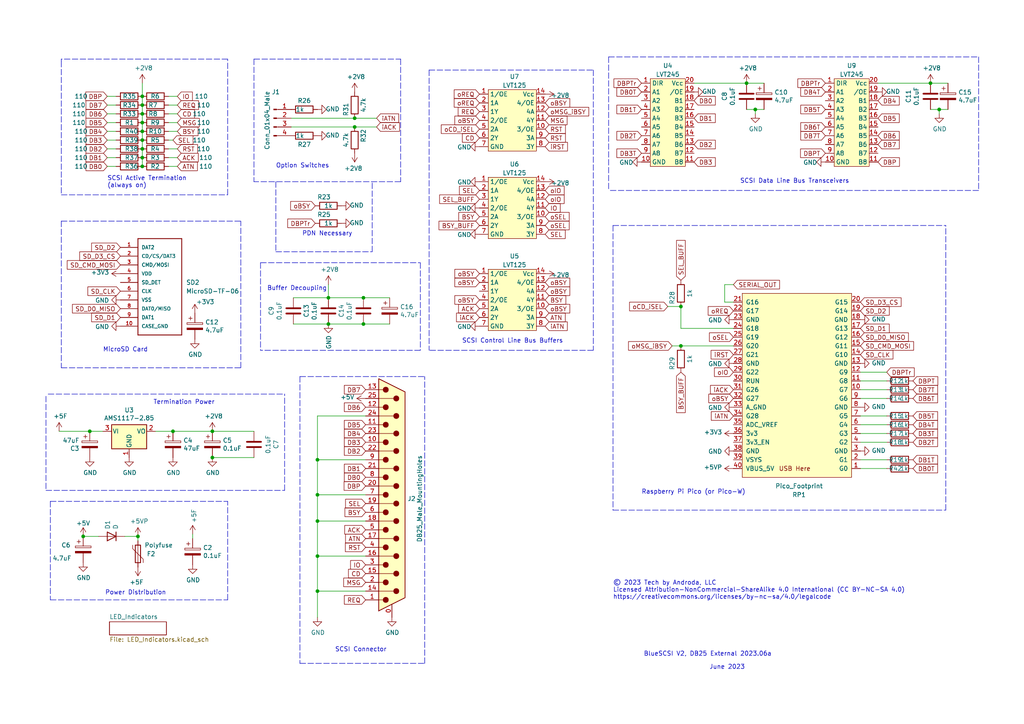
<source format=kicad_sch>
(kicad_sch (version 20211123) (generator eeschema)
  (paper "A4")
  (junction (at 219.075 31.75))
  (junction (at 102.87 34.29))
  (junction (at 95.25 93.98))
  (junction (at 61.595 132.715))
  (junction (at 41.275 48.26))
  (junction (at 92.075 161.29))
  (junction (at 41.275 40.64))
  (junction (at 95.25 86.36))
  (junction (at 92.075 171.45))
  (junction (at 197.485 88.9))
  (junction (at 41.275 30.48))
  (junction (at 41.275 45.72))
  (junction (at 41.275 38.1))
  (junction (at 92.075 133.35))
  (junction (at 216.535 24.13))
  (junction (at 61.595 125.095))
  (junction (at 269.875 24.13))
  (junction (at 102.87 36.83))
  (junction (at 50.165 125.095))
  (junction (at 24.13 155.575))
  (junction (at 105.41 86.36))
  (junction (at 197.485 100.33))
  (junction (at 272.415 31.75))
  (junction (at 41.275 35.56))
  (junction (at 41.275 43.18))
  (junction (at 40.005 155.575))
  (junction (at 92.075 151.13))
  (junction (at 26.035 125.095))
  (junction (at 41.275 33.02))
  (junction (at 105.41 93.98))
  (junction (at 92.075 143.51))
  (junction (at 41.275 27.94))
  (wire (pts (xy 194.945 100.33) (xy 197.485 100.33)))
  (wire (pts (xy 84.455 34.29) (xy 102.87 34.29)))
  (wire (pts (xy 41.275 35.56) (xy 41.275 38.1)))
  (wire (pts (xy 216.535 24.13) (xy 201.295 24.13)))
  (polyline (pts (xy 116.205 17.145) (xy 116.205 52.705)))
  (wire (pts (xy 106.045 171.45) (xy 92.075 171.45)))
  (polyline (pts (xy 86.995 192.405) (xy 123.19 192.405)))
  (polyline (pts (xy 80.01 73.025) (xy 107.95 73.025)))
  (wire (pts (xy 40.005 155.575) (xy 36.195 155.575)))
  (wire (pts (xy 105.41 86.36) (xy 113.03 86.36)))
  (wire (pts (xy 92.075 133.35) (xy 92.075 143.51)))
  (wire (pts (xy 272.415 31.75) (xy 272.415 33.02)))
  (polyline (pts (xy 176.53 16.51) (xy 176.53 55.245)))
  (wire (pts (xy 92.075 151.13) (xy 92.075 161.29)))
  (wire (pts (xy 48.895 40.64) (xy 50.165 40.64)))
  (polyline (pts (xy 86.995 109.22) (xy 86.995 192.405)))
  (wire (pts (xy 269.875 31.75) (xy 272.415 31.75)))
  (wire (pts (xy 216.535 31.75) (xy 219.075 31.75)))
  (wire (pts (xy 95.25 93.98) (xy 105.41 93.98)))
  (wire (pts (xy 85.09 86.36) (xy 95.25 86.36)))
  (wire (pts (xy 92.075 143.51) (xy 92.075 151.13)))
  (wire (pts (xy 33.655 45.72) (xy 31.115 45.72)))
  (polyline (pts (xy 69.85 106.68) (xy 69.85 64.135)))
  (polyline (pts (xy 124.46 20.32) (xy 124.46 101.6)))
  (polyline (pts (xy 17.78 64.135) (xy 17.78 106.68)))
  (polyline (pts (xy 172.085 20.32) (xy 172.085 101.6)))
  (wire (pts (xy 249.555 123.19) (xy 257.175 123.19)))
  (polyline (pts (xy 274.32 147.955) (xy 274.32 65.405)))
  (polyline (pts (xy 177.8 65.405) (xy 274.32 65.405)))
  (polyline (pts (xy 172.085 101.6) (xy 124.46 101.6)))
  (wire (pts (xy 249.555 133.35) (xy 257.175 133.35)))
  (wire (pts (xy 249.555 115.57) (xy 257.175 115.57)))
  (polyline (pts (xy 66.04 17.145) (xy 17.78 17.145)))
  (wire (pts (xy 51.435 35.56) (xy 48.895 35.56)))
  (wire (pts (xy 92.075 171.45) (xy 92.075 179.07)))
  (wire (pts (xy 249.555 125.73) (xy 257.175 125.73)))
  (polyline (pts (xy 14.605 145.415) (xy 66.04 145.415)))
  (wire (pts (xy 33.655 43.18) (xy 31.115 43.18)))
  (polyline (pts (xy 14.605 173.99) (xy 66.04 173.99)))
  (polyline (pts (xy 73.66 17.145) (xy 116.205 17.145)))
  (wire (pts (xy 212.725 95.25) (xy 197.485 95.25)))
  (wire (pts (xy 17.145 125.095) (xy 26.035 125.095)))
  (wire (pts (xy 24.13 155.575) (xy 28.575 155.575)))
  (wire (pts (xy 61.595 132.715) (xy 73.66 132.715)))
  (wire (pts (xy 216.535 24.13) (xy 221.615 24.13)))
  (polyline (pts (xy 14.605 145.415) (xy 14.605 173.99)))
  (wire (pts (xy 193.675 88.9) (xy 197.485 88.9)))
  (wire (pts (xy 48.895 30.48) (xy 51.435 30.48)))
  (wire (pts (xy 33.655 30.48) (xy 31.115 30.48)))
  (wire (pts (xy 106.045 161.29) (xy 92.075 161.29)))
  (wire (pts (xy 51.435 27.94) (xy 48.895 27.94)))
  (wire (pts (xy 31.115 38.1) (xy 33.655 38.1)))
  (polyline (pts (xy 17.78 17.78) (xy 17.78 56.515)))
  (wire (pts (xy 61.595 125.095) (xy 73.66 125.095)))
  (wire (pts (xy 219.075 31.75) (xy 219.075 33.02)))
  (wire (pts (xy 31.115 40.64) (xy 33.655 40.64)))
  (wire (pts (xy 212.725 82.55) (xy 210.185 82.55)))
  (polyline (pts (xy 86.995 109.22) (xy 123.19 109.22)))
  (wire (pts (xy 197.485 95.25) (xy 197.485 88.9)))
  (wire (pts (xy 55.88 154.94) (xy 55.88 156.21)))
  (wire (pts (xy 48.895 43.18) (xy 51.435 43.18)))
  (polyline (pts (xy 116.205 52.705) (xy 73.66 52.705)))
  (wire (pts (xy 197.485 100.33) (xy 212.725 100.33)))
  (wire (pts (xy 41.275 43.18) (xy 41.275 45.72)))
  (wire (pts (xy 41.275 33.02) (xy 41.275 35.56)))
  (polyline (pts (xy 124.46 20.32) (xy 172.085 20.32)))
  (wire (pts (xy 106.045 120.65) (xy 92.075 120.65)))
  (wire (pts (xy 106.045 151.13) (xy 92.075 151.13)))
  (polyline (pts (xy 13.335 114.935) (xy 13.335 142.24)))
  (polyline (pts (xy 121.92 101.6) (xy 75.565 101.6)))
  (wire (pts (xy 210.185 82.55) (xy 210.185 87.63)))
  (wire (pts (xy 41.275 27.94) (xy 41.275 30.48)))
  (wire (pts (xy 29.845 125.095) (xy 26.035 125.095)))
  (wire (pts (xy 106.045 143.51) (xy 92.075 143.51)))
  (wire (pts (xy 50.165 125.095) (xy 61.595 125.095)))
  (polyline (pts (xy 177.8 147.955) (xy 274.32 147.955)))
  (wire (pts (xy 95.25 86.36) (xy 105.41 86.36)))
  (wire (pts (xy 102.87 36.83) (xy 109.22 36.83)))
  (wire (pts (xy 40.005 155.575) (xy 40.005 156.845)))
  (polyline (pts (xy 75.565 76.2) (xy 121.92 76.2)))
  (polyline (pts (xy 82.55 142.24) (xy 82.55 114.3)))
  (wire (pts (xy 106.045 133.35) (xy 92.075 133.35)))
  (polyline (pts (xy 80.01 52.705) (xy 80.01 73.025)))
  (wire (pts (xy 249.555 120.65) (xy 257.175 120.65)))
  (wire (pts (xy 41.275 38.1) (xy 41.275 40.64)))
  (wire (pts (xy 219.075 31.75) (xy 221.615 31.75)))
  (wire (pts (xy 31.115 48.26) (xy 33.655 48.26)))
  (wire (pts (xy 45.085 125.095) (xy 50.165 125.095)))
  (wire (pts (xy 95.25 82.55) (xy 95.25 86.36)))
  (polyline (pts (xy 13.97 114.3) (xy 82.55 114.3)))
  (wire (pts (xy 102.87 34.29) (xy 109.22 34.29)))
  (wire (pts (xy 249.555 128.27) (xy 257.175 128.27)))
  (wire (pts (xy 92.075 161.29) (xy 92.075 171.45)))
  (wire (pts (xy 51.435 38.1) (xy 48.895 38.1)))
  (polyline (pts (xy 177.8 65.405) (xy 177.8 147.955)))
  (wire (pts (xy 92.075 120.65) (xy 92.075 133.35)))
  (polyline (pts (xy 17.78 64.135) (xy 69.85 64.135)))
  (wire (pts (xy 33.655 35.56) (xy 31.115 35.56)))
  (polyline (pts (xy 283.845 55.245) (xy 176.53 55.245)))
  (wire (pts (xy 41.275 30.48) (xy 41.275 33.02)))
  (polyline (pts (xy 17.78 17.145) (xy 17.78 17.78)))
  (wire (pts (xy 249.555 107.95) (xy 257.175 107.95)))
  (wire (pts (xy 249.555 113.03) (xy 257.175 113.03)))
  (wire (pts (xy 249.555 135.89) (xy 257.175 135.89)))
  (wire (pts (xy 33.655 27.94) (xy 31.115 27.94)))
  (polyline (pts (xy 66.04 173.99) (xy 66.04 145.415)))
  (polyline (pts (xy 283.845 16.51) (xy 283.845 55.245)))
  (wire (pts (xy 105.41 93.98) (xy 113.03 93.98)))
  (wire (pts (xy 41.275 45.72) (xy 41.275 48.26)))
  (polyline (pts (xy 17.78 106.68) (xy 69.85 106.68)))
  (wire (pts (xy 41.275 40.64) (xy 41.275 43.18)))
  (wire (pts (xy 84.455 36.83) (xy 102.87 36.83)))
  (polyline (pts (xy 107.95 73.025) (xy 107.95 52.705)))
  (wire (pts (xy 48.895 48.26) (xy 51.435 48.26)))
  (polyline (pts (xy 123.19 192.405) (xy 123.19 109.22)))
  (wire (pts (xy 51.435 45.72) (xy 48.895 45.72)))
  (wire (pts (xy 210.185 87.63) (xy 212.725 87.63)))
  (wire (pts (xy 249.555 110.49) (xy 257.175 110.49)))
  (wire (pts (xy 272.415 31.75) (xy 274.955 31.75)))
  (polyline (pts (xy 73.66 17.145) (xy 73.66 52.705)))
  (polyline (pts (xy 17.78 56.515) (xy 66.04 56.515)))
  (wire (pts (xy 269.875 24.13) (xy 274.955 24.13)))
  (polyline (pts (xy 176.53 16.51) (xy 283.845 16.51)))
  (polyline (pts (xy 75.565 76.2) (xy 75.565 101.6)))
  (polyline (pts (xy 66.04 56.515) (xy 66.04 17.145)))
  (wire (pts (xy 85.09 93.98) (xy 95.25 93.98)))
  (wire (pts (xy 48.895 33.02) (xy 51.435 33.02)))
  (wire (pts (xy 31.115 33.02) (xy 33.655 33.02)))
  (polyline (pts (xy 121.92 76.2) (xy 121.92 101.6)))
  (wire (pts (xy 41.275 24.13) (xy 41.275 27.94)))
  (wire (pts (xy 269.875 24.13) (xy 254.635 24.13)))
  (polyline (pts (xy 13.335 142.24) (xy 82.55 142.24)))
  (text "SCSI Active Termination\n(always on)" (at 31.115 54.61 0) (effects (font (size 1.27 1.27)) (justify left bottom)))
  (text "SCSI Control Line Bus Buffers" (at 133.985 99.695 0) (effects (font (size 1.27 1.27)) (justify left bottom)))
  (text "June 2023" (at 205.74 194.31 0) (effects (font (size 1.27 1.27)) (justify left bottom)))
  (text "© 2023 Tech by Androda, LLC\nLicensed Attribution-NonCommercial-ShareAlike 4.0 International (CC BY-NC-SA 4.0)\nhttps://creativecommons.org/licenses/by-nc-sa/4.0/legalcode" (at 177.8 173.99 0) (effects (font (size 1.27 1.27)) (justify left bottom)))
  (text "SCSI Connector" (at 97.155 189.23 0) (effects (font (size 1.27 1.27)) (justify left bottom)))
  (text "Raspberry Pi Pico (or Pico-W)" (at 186.055 143.51 0) (effects (font (size 1.27 1.27)) (justify left bottom)))
  (text "SCSI Data Line Bus Transceivers" (at 214.63 53.34 0) (effects (font (size 1.27 1.27)) (justify left bottom)))
  (text "Termination Power" (at 44.45 117.475 0) (effects (font (size 1.27 1.27)) (justify left bottom)))
  (text "MicroSD Card" (at 29.845 102.235 0) (effects (font (size 1.27 1.27)) (justify left bottom)))
  (text "Option Switches" (at 80.01 48.895 0) (effects (font (size 1.27 1.27)) (justify left bottom)))
  (text "PDN Necessary" (at 87.63 68.58 0) (effects (font (size 1.27 1.27)) (justify left bottom)))
  (text "BlueSCSI V2, DB25 External 2023.06a" (at 186.69 190.5 0) (effects (font (size 1.27 1.27)) (justify left bottom)))
  (text "Buffer Decoupling" (at 77.47 84.455 0) (effects (font (size 1.27 1.27)) (justify left bottom)))
  (text "Power Distribution" (at 30.48 172.72 0) (effects (font (size 1.27 1.27)) (justify left bottom)))
  (global_label "RST" (shape input) (at 51.435 43.18 0) (property "Intersheet References" "${INTERSHEET_REFS}" (effects hide)))
  (global_label "MSG" (shape input) (at 158.115 34.925 0) (property "Intersheet References" "${INTERSHEET_REFS}" (effects hide)))
  (global_label "DB2" (shape input) (at 106.045 130.81 180) (property "Intersheet References" "${INTERSHEET_REFS}" (effects hide)))
  (global_label "SEL" (shape input) (at 50.165 40.64 0) (property "Intersheet References" "${INTERSHEET_REFS}" (effects hide)))
  (global_label "SD_D1" (shape input) (at 34.925 92.075 180) (property "Intersheet References" "${INTERSHEET_REFS}" (effects hide)))
  (global_label "oBSY" (shape input) (at 158.115 29.845 0) (property "Intersheet References" "${INTERSHEET_REFS}" (effects hide)))
  (global_label "iACK" (shape input) (at 109.22 36.83 0) (property "Intersheet References" "${INTERSHEET_REFS}" (effects hide)))
  (global_label "SD_CLK" (shape input) (at 34.925 84.455 180) (property "Intersheet References" "${INTERSHEET_REFS}" (effects hide)))
  (global_label "ATN" (shape input) (at 106.045 156.21 180) (property "Intersheet References" "${INTERSHEET_REFS}" (effects hide)))
  (global_label "DB1" (shape input) (at 106.045 135.89 180) (property "Intersheet References" "${INTERSHEET_REFS}" (effects hide)))
  (global_label "oIO" (shape input) (at 158.115 55.245 0) (property "Intersheet References" "${INTERSHEET_REFS}" (effects hide)))
  (global_label "DB1" (shape input) (at 201.295 34.29 0) (property "Intersheet References" "${INTERSHEET_REFS}" (effects hide)))
  (global_label "DB1" (shape input) (at 31.115 45.72 180) (property "Intersheet References" "${INTERSHEET_REFS}" (effects hide)))
  (global_label "DB1T" (shape input) (at 264.795 133.35 0) (property "Intersheet References" "${INTERSHEET_REFS}" (effects hide)))
  (global_label "DB2T" (shape input) (at 186.055 39.37 180) (property "Intersheet References" "${INTERSHEET_REFS}" (effects hide)))
  (global_label "oIO" (shape input) (at 158.115 57.785 0) (property "Intersheet References" "${INTERSHEET_REFS}" (effects hide)))
  (global_label "DBP" (shape input) (at 106.045 140.97 180) (property "Intersheet References" "${INTERSHEET_REFS}" (effects hide)))
  (global_label "REQ" (shape input) (at 139.065 32.385 180) (property "Intersheet References" "${INTERSHEET_REFS}" (effects hide)))
  (global_label "oIO" (shape input) (at 212.725 107.95 180) (property "Intersheet References" "${INTERSHEET_REFS}" (effects hide)))
  (global_label "RST" (shape input) (at 106.045 158.75 180) (property "Intersheet References" "${INTERSHEET_REFS}" (effects hide)))
  (global_label "DB7T" (shape input) (at 239.395 39.37 180) (property "Intersheet References" "${INTERSHEET_REFS}" (effects hide)))
  (global_label "oBSY" (shape input) (at 158.115 84.455 0) (property "Intersheet References" "${INTERSHEET_REFS}" (effects hide)))
  (global_label "DB3" (shape input) (at 31.115 40.64 180) (property "Intersheet References" "${INTERSHEET_REFS}" (effects hide)))
  (global_label "DBPTr" (shape input) (at 91.44 64.77 180) (property "Intersheet References" "${INTERSHEET_REFS}" (effects hide)))
  (global_label "DB0" (shape input) (at 106.045 138.43 180) (property "Intersheet References" "${INTERSHEET_REFS}" (effects hide)))
  (global_label "SEL_BUFF" (shape input) (at 197.485 81.28 90) (property "Intersheet References" "${INTERSHEET_REFS}" (effects hide)))
  (global_label "oMSG_iBSY" (shape input) (at 158.115 32.385 0) (property "Intersheet References" "${INTERSHEET_REFS}" (effects hide)))
  (global_label "CD" (shape input) (at 51.435 33.02 0) (property "Intersheet References" "${INTERSHEET_REFS}" (effects hide)))
  (global_label "BSY" (shape input) (at 158.115 86.995 0) (property "Intersheet References" "${INTERSHEET_REFS}" (effects hide)))
  (global_label "REQ" (shape input) (at 51.435 30.48 0) (property "Intersheet References" "${INTERSHEET_REFS}" (effects hide)))
  (global_label "SEL" (shape input) (at 106.045 146.05 180) (property "Intersheet References" "${INTERSHEET_REFS}" (effects hide)))
  (global_label "oCD_iSEL" (shape input) (at 139.065 37.465 180) (property "Intersheet References" "${INTERSHEET_REFS}" (effects hide)))
  (global_label "ACK" (shape input) (at 139.065 89.535 180) (property "Intersheet References" "${INTERSHEET_REFS}" (effects hide)))
  (global_label "oREQ" (shape input) (at 139.065 27.305 180) (property "Intersheet References" "${INTERSHEET_REFS}" (effects hide)))
  (global_label "DB6" (shape input) (at 106.045 118.11 180) (property "Intersheet References" "${INTERSHEET_REFS}" (effects hide)))
  (global_label "iRST" (shape input) (at 158.115 42.545 0) (property "Intersheet References" "${INTERSHEET_REFS}" (effects hide)))
  (global_label "REQ" (shape input) (at 106.045 173.99 180) (property "Intersheet References" "${INTERSHEET_REFS}" (effects hide)))
  (global_label "SEL" (shape input) (at 158.115 67.945 0) (property "Intersheet References" "${INTERSHEET_REFS}" (effects hide)))
  (global_label "DB4" (shape input) (at 254.635 29.21 0) (property "Intersheet References" "${INTERSHEET_REFS}" (effects hide)))
  (global_label "DBP" (shape input) (at 31.115 27.94 180) (property "Intersheet References" "${INTERSHEET_REFS}" (effects hide)))
  (global_label "RST" (shape input) (at 158.115 40.005 0) (property "Intersheet References" "${INTERSHEET_REFS}" (effects hide)))
  (global_label "oBSY" (shape input) (at 139.065 86.995 180) (property "Intersheet References" "${INTERSHEET_REFS}" (effects hide)))
  (global_label "oBSY" (shape input) (at 139.065 79.375 180) (property "Intersheet References" "${INTERSHEET_REFS}" (effects hide)))
  (global_label "DBPTr" (shape input) (at 186.055 24.13 180) (property "Intersheet References" "${INTERSHEET_REFS}" (effects hide)))
  (global_label "oBSY" (shape input) (at 158.115 81.915 0) (property "Intersheet References" "${INTERSHEET_REFS}" (effects hide)))
  (global_label "oBSY" (shape input) (at 139.065 81.915 180) (property "Intersheet References" "${INTERSHEET_REFS}" (effects hide)))
  (global_label "DB7T" (shape input) (at 264.795 113.03 0) (property "Intersheet References" "${INTERSHEET_REFS}" (effects hide)))
  (global_label "SERIAL_OUT" (shape input) (at 212.725 82.55 0) (property "Intersheet References" "${INTERSHEET_REFS}" (effects hide)))
  (global_label "RST" (shape input) (at 158.115 37.465 0) (property "Intersheet References" "${INTERSHEET_REFS}" (effects hide)))
  (global_label "DB7" (shape input) (at 31.115 30.48 180) (property "Intersheet References" "${INTERSHEET_REFS}" (effects hide)))
  (global_label "SD_D0_MISO" (shape input) (at 249.555 97.79 0) (property "Intersheet References" "${INTERSHEET_REFS}" (effects hide)))
  (global_label "DB2" (shape input) (at 31.115 43.18 180) (property "Intersheet References" "${INTERSHEET_REFS}" (effects hide)))
  (global_label "DB5T" (shape input) (at 239.395 31.75 180) (property "Intersheet References" "${INTERSHEET_REFS}" (effects hide)))
  (global_label "DB5" (shape input) (at 254.635 34.29 0) (property "Intersheet References" "${INTERSHEET_REFS}" (effects hide)))
  (global_label "DB4" (shape input) (at 31.115 38.1 180) (property "Intersheet References" "${INTERSHEET_REFS}" (effects hide)))
  (global_label "oREQ" (shape input) (at 139.065 29.845 180) (property "Intersheet References" "${INTERSHEET_REFS}" (effects hide)))
  (global_label "DB2" (shape input) (at 201.295 41.91 0) (property "Intersheet References" "${INTERSHEET_REFS}" (effects hide)))
  (global_label "DB5" (shape input) (at 31.115 35.56 180) (property "Intersheet References" "${INTERSHEET_REFS}" (effects hide)))
  (global_label "SD_D3_CS" (shape input) (at 249.555 87.63 0) (property "Intersheet References" "${INTERSHEET_REFS}" (effects hide)))
  (global_label "oMSG_iBSY" (shape input) (at 194.945 100.33 180) (property "Intersheet References" "${INTERSHEET_REFS}" (effects hide)))
  (global_label "BSY" (shape input) (at 139.065 62.865 180) (property "Intersheet References" "${INTERSHEET_REFS}" (effects hide)))
  (global_label "SD_CMD_MOSI" (shape input) (at 34.925 76.835 180) (property "Intersheet References" "${INTERSHEET_REFS}" (effects hide)))
  (global_label "DB3" (shape input) (at 201.295 46.99 0) (property "Intersheet References" "${INTERSHEET_REFS}" (effects hide)))
  (global_label "DB0T" (shape input) (at 186.055 26.67 180) (property "Intersheet References" "${INTERSHEET_REFS}" (effects hide)))
  (global_label "BSY" (shape input) (at 51.435 38.1 0) (property "Intersheet References" "${INTERSHEET_REFS}" (effects hide)))
  (global_label "DBPTr" (shape input) (at 257.175 107.95 0) (property "Intersheet References" "${INTERSHEET_REFS}" (effects hide)))
  (global_label "SD_CMD_MOSI" (shape input) (at 249.555 100.33 0) (property "Intersheet References" "${INTERSHEET_REFS}" (effects hide)))
  (global_label "iRST" (shape input) (at 212.725 102.87 180) (property "Intersheet References" "${INTERSHEET_REFS}" (effects hide)))
  (global_label "SEL_BUFF" (shape input) (at 139.065 57.785 180) (property "Intersheet References" "${INTERSHEET_REFS}" (effects hide)))
  (global_label "oSEL" (shape input) (at 158.115 65.405 0) (property "Intersheet References" "${INTERSHEET_REFS}" (effects hide)))
  (global_label "DB6T" (shape input) (at 264.795 115.57 0) (property "Intersheet References" "${INTERSHEET_REFS}" (effects hide)))
  (global_label "DB6T" (shape input) (at 239.395 36.83 180) (property "Intersheet References" "${INTERSHEET_REFS}" (effects hide)))
  (global_label "iACK" (shape input) (at 139.065 92.075 180) (property "Intersheet References" "${INTERSHEET_REFS}" (effects hide)))
  (global_label "iATN" (shape input) (at 212.725 120.65 180) (property "Intersheet References" "${INTERSHEET_REFS}" (effects hide)))
  (global_label "CD" (shape input) (at 139.065 40.005 180) (property "Intersheet References" "${INTERSHEET_REFS}" (effects hide)))
  (global_label "MSG" (shape input) (at 51.435 35.56 0) (property "Intersheet References" "${INTERSHEET_REFS}" (effects hide)))
  (global_label "SD_D1" (shape input) (at 249.555 95.25 0) (property "Intersheet References" "${INTERSHEET_REFS}" (effects hide)))
  (global_label "oSEL" (shape input) (at 212.725 97.79 180) (property "Intersheet References" "${INTERSHEET_REFS}" (effects hide)))
  (global_label "ACK" (shape input) (at 51.435 45.72 0) (property "Intersheet References" "${INTERSHEET_REFS}" (effects hide)))
  (global_label "DB5T" (shape input) (at 264.795 120.65 0) (property "Intersheet References" "${INTERSHEET_REFS}" (effects hide)))
  (global_label "SD_D0_MISO" (shape input) (at 34.925 89.535 180) (property "Intersheet References" "${INTERSHEET_REFS}" (effects hide)))
  (global_label "DBPT" (shape input) (at 239.395 44.45 180) (property "Intersheet References" "${INTERSHEET_REFS}" (effects hide)))
  (global_label "SD_D2" (shape input) (at 249.555 90.17 0) (property "Intersheet References" "${INTERSHEET_REFS}" (effects hide)))
  (global_label "SD_CLK" (shape input) (at 249.555 102.87 0) (property "Intersheet References" "${INTERSHEET_REFS}" (effects hide)))
  (global_label "DB2T" (shape input) (at 264.795 128.27 0) (property "Intersheet References" "${INTERSHEET_REFS}" (effects hide)))
  (global_label "oCD_iSEL" (shape input) (at 193.675 88.9 180) (property "Intersheet References" "${INTERSHEET_REFS}" (effects hide)))
  (global_label "SD_D3_CS" (shape input) (at 34.925 74.295 180) (property "Intersheet References" "${INTERSHEET_REFS}" (effects hide)))
  (global_label "CD" (shape input) (at 106.045 166.37 180) (property "Intersheet References" "${INTERSHEET_REFS}" (effects hide)))
  (global_label "DB5" (shape input) (at 106.045 123.19 180) (property "Intersheet References" "${INTERSHEET_REFS}" (effects hide)))
  (global_label "DB4" (shape input) (at 106.045 125.73 180) (property "Intersheet References" "${INTERSHEET_REFS}" (effects hide)))
  (global_label "oBSY" (shape input) (at 212.725 115.57 180) (property "Intersheet References" "${INTERSHEET_REFS}" (effects hide)))
  (global_label "DB0" (shape input) (at 201.295 29.21 0) (property "Intersheet References" "${INTERSHEET_REFS}" (effects hide)))
  (global_label "BSY_BUFF" (shape input) (at 139.065 65.405 180) (property "Intersheet References" "${INTERSHEET_REFS}" (effects hide)))
  (global_label "oBSY" (shape input) (at 158.115 89.535 0) (property "Intersheet References" "${INTERSHEET_REFS}" (effects hide)))
  (global_label "DB0" (shape input) (at 31.115 48.26 180) (property "Intersheet References" "${INTERSHEET_REFS}" (effects hide)))
  (global_label "DB3T" (shape input) (at 264.795 125.73 0) (property "Intersheet References" "${INTERSHEET_REFS}" (effects hide)))
  (global_label "DB1T" (shape input) (at 186.055 31.75 180) (property "Intersheet References" "${INTERSHEET_REFS}" (effects hide)))
  (global_label "oBSY" (shape input) (at 91.44 59.69 180) (property "Intersheet References" "${INTERSHEET_REFS}" (effects hide)))
  (global_label "DB6" (shape input) (at 254.635 39.37 0) (property "Intersheet References" "${INTERSHEET_REFS}" (effects hide)))
  (global_label "IO" (shape input) (at 51.435 27.94 0) (property "Intersheet References" "${INTERSHEET_REFS}" (effects hide)))
  (global_label "SEL" (shape input) (at 139.065 55.245 180) (property "Intersheet References" "${INTERSHEET_REFS}" (effects hide)))
  (global_label "iATN" (shape input) (at 158.115 94.615 0) (property "Intersheet References" "${INTERSHEET_REFS}" (effects hide)))
  (global_label "DBPT" (shape input) (at 264.795 110.49 0) (property "Intersheet References" "${INTERSHEET_REFS}" (effects hide)))
  (global_label "oREQ" (shape input) (at 212.725 90.17 180) (property "Intersheet References" "${INTERSHEET_REFS}" (effects hide)))
  (global_label "DB6" (shape input) (at 31.115 33.02 180) (property "Intersheet References" "${INTERSHEET_REFS}" (effects hide)))
  (global_label "DB4T" (shape input) (at 264.795 123.19 0) (property "Intersheet References" "${INTERSHEET_REFS}" (effects hide)))
  (global_label "BSY_BUFF" (shape input) (at 197.485 107.95 270) (property "Intersheet References" "${INTERSHEET_REFS}" (effects hide)))
  (global_label "DB3" (shape input) (at 106.045 128.27 180) (property "Intersheet References" "${INTERSHEET_REFS}" (effects hide)))
  (global_label "iATN" (shape input) (at 109.22 34.29 0) (property "Intersheet References" "${INTERSHEET_REFS}" (effects hide)))
  (global_label "DB3T" (shape input) (at 186.055 44.45 180) (property "Intersheet References" "${INTERSHEET_REFS}" (effects hide)))
  (global_label "MSG" (shape input) (at 106.045 168.91 180) (property "Intersheet References" "${INTERSHEET_REFS}" (effects hide)))
  (global_label "oBSY" (shape input) (at 139.065 34.925 180) (property "Intersheet References" "${INTERSHEET_REFS}" (effects hide)))
  (global_label "DB7" (shape input) (at 106.045 113.03 180) (property "Intersheet References" "${INTERSHEET_REFS}" (effects hide)))
  (global_label "DB7" (shape input) (at 254.635 41.91 0) (property "Intersheet References" "${INTERSHEET_REFS}" (effects hide)))
  (global_label "SD_D2" (shape input) (at 34.925 71.755 180) (property "Intersheet References" "${INTERSHEET_REFS}" (effects hide)))
  (global_label "BSY" (shape input) (at 106.045 148.59 180) (property "Intersheet References" "${INTERSHEET_REFS}" (effects hide)))
  (global_label "DBPTr" (shape input) (at 239.395 24.13 180) (property "Intersheet References" "${INTERSHEET_REFS}" (effects hide)))
  (global_label "DB4T" (shape input) (at 239.395 26.67 180) (property "Intersheet References" "${INTERSHEET_REFS}" (effects hide)))
  (global_label "IO" (shape input) (at 106.045 163.83 180) (property "Intersheet References" "${INTERSHEET_REFS}" (effects hide)))
  (global_label "ACK" (shape input) (at 106.045 153.67 180) (property "Intersheet References" "${INTERSHEET_REFS}" (effects hide)))
  (global_label "iACK" (shape input) (at 212.725 113.03 180) (property "Intersheet References" "${INTERSHEET_REFS}" (effects hide)))
  (global_label "oSEL" (shape input) (at 158.115 62.865 0) (property "Intersheet References" "${INTERSHEET_REFS}" (effects hide)))
  (global_label "IO" (shape input) (at 158.115 60.325 0) (property "Intersheet References" "${INTERSHEET_REFS}" (effects hide)))
  (global_label "DB0T" (shape input) (at 264.795 135.89 0) (property "Intersheet References" "${INTERSHEET_REFS}" (effects hide)))
  (global_label "ATN" (shape input) (at 158.115 92.075 0) (property "Intersheet References" "${INTERSHEET_REFS}" (effects hide)))
  (global_label "DBP" (shape input) (at 254.635 46.99 0) (property "Intersheet References" "${INTERSHEET_REFS}" (effects hide)))
  (global_label "ATN" (shape input) (at 51.435 48.26 0) (property "Intersheet References" "${INTERSHEET_REFS}" (effects hide)))
  (symbol (lib_id "Regulator_Linear:AMS1117CD-2.85") (at 37.465 125.095 0) (unit 1)
    (property "Reference" "U3" (at 37.465 118.9482 0))
    (property "Value" "AMS1117-2.85" (at 37.465 121.2596 0))
    (property "Footprint" "Package_TO_SOT_SMD:SOT-223-3_TabPin2" (effects hide))
    (property "Datasheet" "http://www.advanced-monolithic.com/pdf/ds1117.pdf" (effects hide))
  )
  (symbol (lib_id "power:GND") (at 37.465 132.715 0) (unit 1)
    (property "Reference" "#PWR012" (effects hide))
    (property "Value" "GND" (at 37.592 137.1092 0))
  )
  (symbol (lib_id "power:+2V8") (at 61.595 125.095 0) (unit 1)
    (property "Reference" "#PWR015" (effects hide))
    (property "Value" "+2V8" (at 61.976 120.7008 0))
  )
  (symbol (lib_id "Device:CP") (at 50.165 128.905 0) (unit 1)
    (property "Reference" "C4" (at 53.1622 127.7366 0) (effects (justify left)))
    (property "Value" "47uF" (at 53.1622 130.048 0) (effects (justify left)))
    (property "Footprint" "Capacitor_SMD:C_1206_3216Metric_Pad1.42x1.75mm_HandSolder" (effects hide))
  )
  (symbol (lib_id "Device:CP") (at 26.035 128.905 0) (unit 1)
    (property "Reference" "C3" (at 23.0378 130.0734 0) (effects (justify right)))
    (property "Value" "47uF" (at 23.0378 127.762 0) (effects (justify right)))
    (property "Footprint" "Capacitor_SMD:C_1206_3216Metric_Pad1.42x1.75mm_HandSolder" (effects hide))
  )
  (symbol (lib_id "power:GND") (at 26.035 132.715 0) (unit 1)
    (property "Reference" "#PWR07" (effects hide))
    (property "Value" "GND" (at 26.162 137.1092 0))
  )
  (symbol (lib_id "power:GND") (at 50.165 132.715 0) (unit 1)
    (property "Reference" "#PWR013" (effects hide))
    (property "Value" "GND" (at 50.292 137.1092 0))
  )
  (symbol (lib_id "custom_symbols:+5V_TPWR") (at 24.13 155.575 0) (unit 1)
    (property "Reference" "#PWR019" (effects hide))
    (property "Value" "+5V_TPWR" (at 24.13 151.765 0))
  )
  (symbol (lib_id "power:+3V3") (at 212.725 125.73 90) (unit 1)
    (property "Reference" "#PWR047" (effects hide))
    (property "Value" "+3V3" (at 209.4738 125.349 90) (effects (justify left)))
  )
  (symbol (lib_id "power:+5VP") (at 212.725 135.89 90) (unit 1)
    (property "Reference" "#PWR036" (effects hide))
    (property "Value" "+5VP" (at 209.4738 135.509 90) (effects (justify left)))
  )
  (symbol (lib_id "power:+5F") (at 17.145 125.095 0) (unit 1)
    (property "Reference" "#PWR06" (effects hide))
    (property "Value" "+5F" (at 17.526 120.7008 0))
  )
  (symbol (lib_id "power:+5F") (at 40.005 164.465 180) (unit 1)
    (property "Reference" "#PWR027" (effects hide))
    (property "Value" "+5F" (at 39.624 168.8592 0))
  )
  (symbol (lib_id "power:+5VP") (at 40.005 155.575 0) (unit 1)
    (property "Reference" "#PWR025" (effects hide))
    (property "Value" "+5VP" (at 40.386 151.1808 0))
  )
  (symbol (lib_id "custom_symbols:BlackSCSI") (at 231.775 139.7 180) (unit 1)
    (property "Reference" "RP1" (at 231.775 143.51 0))
    (property "Value" "Pico_Footprint" (at 231.775 140.97 0))
    (property "Footprint" "CustomFootprints:BluePillModule" (effects hide))
  )
  (symbol (lib_id "power:GND") (at 212.725 118.11 270) (unit 1)
    (property "Reference" "#PWR037" (effects hide))
    (property "Value" "GND" (at 209.4738 118.237 90) (effects (justify right)))
  )
  (symbol (lib_id "power:GND") (at 61.595 132.715 0) (unit 1)
    (property "Reference" "#PWR016" (effects hide))
    (property "Value" "GND" (at 61.722 137.1092 0))
  )
  (symbol (lib_id "Device:CP") (at 61.595 128.905 0) (unit 1)
    (property "Reference" "C5" (at 64.5922 127.7366 0) (effects (justify left)))
    (property "Value" "0.1uF" (at 64.5922 130.048 0) (effects (justify left)))
    (property "Footprint" "Capacitor_SMD:C_0805_2012Metric_Pad1.15x1.40mm_HandSolder" (effects hide))
  )
  (symbol (lib_id "power:GND") (at 55.88 163.83 0) (unit 1)
    (property "Reference" "#PWR05" (effects hide))
    (property "Value" "GND" (at 56.007 168.2242 0))
  )
  (symbol (lib_id "Device:CP") (at 55.88 160.02 0) (unit 1)
    (property "Reference" "C2" (at 58.8772 158.8516 0) (effects (justify left)))
    (property "Value" "0.1uF" (at 58.8772 161.163 0) (effects (justify left)))
    (property "Footprint" "Capacitor_SMD:C_0805_2012Metric_Pad1.15x1.40mm_HandSolder" (effects hide))
  )
  (symbol (lib_id "Device:D") (at 32.385 155.575 180) (unit 1)
    (property "Reference" "D1" (at 31.2166 153.543 90) (effects (justify right)))
    (property "Value" "D" (at 33.528 153.543 90) (effects (justify right)))
    (property "Footprint" "Diode_SMD:D_SMA" (effects hide))
  )
  (symbol (lib_id "power:GND") (at 24.13 163.195 0) (unit 1)
    (property "Reference" "#PWR018" (effects hide))
    (property "Value" "GND" (at 24.257 167.5892 0))
  )
  (symbol (lib_id "Device:CP") (at 24.13 159.385 0) (unit 1)
    (property "Reference" "C6" (at 17.78 158.115 0) (effects (justify left)))
    (property "Value" "4.7uF" (at 15.24 161.925 0) (effects (justify left)))
    (property "Footprint" "Capacitor_SMD:C_0805_2012Metric_Pad1.15x1.40mm_HandSolder" (effects hide))
  )
  (symbol (lib_id "power:+3V3") (at 56.515 90.805 0) (unit 1)
    (property "Reference" "#PWR048" (effects hide))
    (property "Value" "+3V3" (at 56.896 87.5538 0) (effects (justify left)))
  )
  (symbol (lib_id "power:GND") (at 56.515 98.425 0) (unit 1)
    (property "Reference" "#PWR050" (effects hide))
    (property "Value" "GND" (at 56.642 102.8192 0))
  )
  (symbol (lib_id "Device:CP") (at 56.515 94.615 0) (unit 1)
    (property "Reference" "C12" (at 59.5122 93.4466 0) (effects (justify left)))
    (property "Value" "4.7uF" (at 59.5122 95.758 0) (effects (justify left)))
    (property "Footprint" "Capacitor_SMD:C_0805_2012Metric_Pad1.15x1.40mm_HandSolder" (effects hide))
  )
  (symbol (lib_id "power:GND") (at 92.075 179.07 0) (unit 1)
    (property "Reference" "#PWR014" (effects hide))
    (property "Value" "GND" (at 92.202 183.4642 0))
  )
  (symbol (lib_id "New_Library:LVT245") (at 247.015 20.32 0) (unit 1)
    (property "Reference" "U9" (at 247.015 19.05 0))
    (property "Value" "LVT245" (at 247.015 21.59 0))
    (property "Footprint" "Package_SO:TSSOP-20_4.4x6.5mm_P0.65mm" (effects hide))
  )
  (symbol (lib_id "power:GND") (at 272.415 33.02 0) (unit 1)
    (property "Reference" "#PWR022" (effects hide))
    (property "Value" "GND" (at 272.542 37.4142 0))
  )
  (symbol (lib_id "power:+3V3") (at 34.925 79.375 90) (unit 1)
    (property "Reference" "#PWR0101" (effects hide))
    (property "Value" "+3V3" (at 31.6738 78.994 90) (effects (justify left)))
  )
  (symbol (lib_id "Device:R") (at 102.87 40.64 0) (unit 1)
    (property "Reference" "R32" (at 105.41 39.37 90))
    (property "Value" "4.7k" (at 100.33 40.64 90))
    (property "Footprint" "Resistor_SMD:R_0603_1608Metric_Pad0.98x0.95mm_HandSolder" (effects hide))
  )
  (symbol (lib_id "power:GND") (at 99.06 59.69 90) (unit 1)
    (property "Reference" "#PWR0107" (effects hide))
    (property "Value" "GND" (at 103.4542 59.563 90))
  )
  (symbol (lib_id "power:GND") (at 212.725 92.71 270) (unit 1)
    (property "Reference" "#PWR061" (effects hide))
    (property "Value" "GND" (at 209.4738 92.837 90) (effects (justify right)))
  )
  (symbol (lib_id "power:GND") (at 34.925 86.995 270) (unit 1)
    (property "Reference" "#PWR0103" (effects hide))
    (property "Value" "GND" (at 31.6738 87.122 90) (effects (justify right)))
  )
  (symbol (lib_id "power:GND") (at 139.065 67.945 270) (unit 1)
    (property "Reference" "#PWR033" (effects hide))
    (property "Value" "GND" (at 134.6708 68.072 90))
  )
  (symbol (lib_id "Device:R") (at 37.465 40.64 270) (unit 1)
    (property "Reference" "R39" (at 36.195 40.64 90) (effects (justify left)))
    (property "Value" "110" (at 21.59 40.64 90) (effects (justify left)))
    (property "Footprint" "Resistor_SMD:R_0603_1608Metric_Pad0.98x0.95mm_HandSolder" (effects hide))
  )
  (symbol (lib_id "power:GND") (at 113.665 179.07 0) (unit 1)
    (property "Reference" "#PWR035" (effects hide))
    (property "Value" "GND" (at 113.792 183.4642 0))
  )
  (symbol (lib_id "power:GND") (at 249.555 92.71 90) (unit 1)
    (property "Reference" "#PWR064" (effects hide))
    (property "Value" "GND" (at 252.8062 92.583 90) (effects (justify right)))
  )
  (symbol (lib_id "Device:R") (at 37.465 30.48 270) (unit 1)
    (property "Reference" "R34" (at 35.56 30.48 90) (effects (justify left)))
    (property "Value" "110" (at 20.955 30.48 90) (effects (justify left)))
    (property "Footprint" "Resistor_SMD:R_0603_1608Metric_Pad0.98x0.95mm_HandSolder" (effects hide))
  )
  (symbol (lib_id "Device:R") (at 260.985 115.57 90) (unit 1)
    (property "Reference" "R14" (at 259.715 115.57 90))
    (property "Value" "1k" (at 262.255 115.57 90))
    (property "Footprint" "Resistor_SMD:R_0603_1608Metric_Pad0.98x0.95mm_HandSolder" (effects hide))
  )
  (symbol (lib_id "Device:C") (at 73.66 128.905 0) (unit 1)
    (property "Reference" "C7" (at 80.0608 128.905 90))
    (property "Value" "0.1uF" (at 77.7494 128.905 90))
    (property "Footprint" "Capacitor_SMD:C_0603_1608Metric_Pad1.08x0.95mm_HandSolder" (effects hide))
  )
  (symbol (lib_id "Device:CP") (at 274.955 27.94 0) (unit 1)
    (property "Reference" "C15" (at 277.9522 26.7716 0) (effects (justify left)))
    (property "Value" "4.7uF" (at 277.9522 29.083 0) (effects (justify left)))
    (property "Footprint" "Capacitor_SMD:C_0805_2012Metric_Pad1.18x1.45mm_HandSolder" (effects hide))
  )
  (symbol (lib_id "power:GND") (at 254.635 26.67 90) (unit 1)
    (property "Reference" "#PWR020" (effects hide))
    (property "Value" "GND" (at 259.0292 26.543 90))
  )
  (symbol (lib_id "Device:R") (at 197.485 104.14 180) (unit 1)
    (property "Reference" "R29" (at 194.945 105.41 90))
    (property "Value" "1k" (at 200.025 104.14 90))
    (property "Footprint" "Resistor_SMD:R_0603_1608Metric_Pad0.98x0.95mm_HandSolder" (effects hide))
  )
  (symbol (lib_id "Device:R") (at 45.085 38.1 90) (unit 1)
    (property "Reference" "R10" (at 46.99 38.1 90) (effects (justify left)))
    (property "Value" "110" (at 60.96 38.1 90) (effects (justify left)))
    (property "Footprint" "Resistor_SMD:R_0603_1608Metric_Pad0.98x0.95mm_HandSolder" (effects hide))
  )
  (symbol (lib_id "Device:R") (at 45.085 30.48 90) (unit 1)
    (property "Reference" "R7" (at 45.72 30.48 90) (effects (justify left)))
    (property "Value" "110" (at 60.96 30.48 90) (effects (justify left)))
    (property "Footprint" "Resistor_SMD:R_0603_1608Metric_Pad0.98x0.95mm_HandSolder" (effects hide))
  )
  (symbol (lib_id "Device:R") (at 37.465 45.72 270) (unit 1)
    (property "Reference" "R37" (at 36.195 45.72 90) (effects (justify left)))
    (property "Value" "110" (at 21.59 45.72 90) (effects (justify left)))
    (property "Footprint" "Resistor_SMD:R_0603_1608Metric_Pad0.98x0.95mm_HandSolder" (effects hide))
  )
  (symbol (lib_id "power:GND") (at 212.725 130.81 270) (unit 1)
    (property "Reference" "#PWR063" (effects hide))
    (property "Value" "GND" (at 209.4738 130.937 90) (effects (justify right)))
  )
  (symbol (lib_id "power:+2V8") (at 95.25 82.55 0) (unit 1)
    (property "Reference" "#PWR055" (effects hide))
    (property "Value" "+2V8" (at 95.631 78.1558 0))
  )
  (symbol (lib_id "Device:R") (at 260.985 113.03 90) (unit 1)
    (property "Reference" "R13" (at 259.715 113.03 90))
    (property "Value" "1k" (at 262.255 113.03 90))
    (property "Footprint" "Resistor_SMD:R_0603_1608Metric_Pad0.98x0.95mm_HandSolder" (effects hide))
  )
  (symbol (lib_id "Device:R") (at 260.985 135.89 90) (unit 1)
    (property "Reference" "R42" (at 259.715 135.89 90))
    (property "Value" "1k" (at 262.255 135.89 90))
    (property "Footprint" "Resistor_SMD:R_0603_1608Metric_Pad0.98x0.95mm_HandSolder" (effects hide))
  )
  (symbol (lib_id "Device:CP") (at 113.03 90.17 0) (unit 1)
    (property "Reference" "C16" (at 116.0272 89.0016 0) (effects (justify left)))
    (property "Value" "4.7uF" (at 116.0272 91.313 0) (effects (justify left)))
    (property "Footprint" "Capacitor_SMD:C_0805_2012Metric_Pad1.18x1.45mm_HandSolder" (effects hide))
  )
  (symbol (lib_id "power:GND") (at 139.065 52.705 270) (unit 1)
    (property "Reference" "#PWR028" (effects hide))
    (property "Value" "GND" (at 134.6708 52.832 90))
  )
  (symbol (lib_id "power:GND") (at 219.075 33.02 0) (unit 1)
    (property "Reference" "#PWR010" (effects hide))
    (property "Value" "GND" (at 219.202 37.4142 0))
  )
  (symbol (lib_id "Device:R") (at 95.25 64.77 90) (unit 1)
    (property "Reference" "R25" (at 93.98 62.23 90))
    (property "Value" "1k" (at 95.25 64.77 90))
    (property "Footprint" "Resistor_SMD:R_0603_1608Metric_Pad0.98x0.95mm_HandSolder" (effects hide))
  )
  (symbol (lib_id "Device:R") (at 45.085 48.26 90) (mirror x) (unit 1)
    (property "Reference" "R2" (at 46.355 48.26 90) (effects (justify left)))
    (property "Value" "110" (at 61.595 45.72 90) (effects (justify left)))
    (property "Footprint" "Resistor_SMD:R_0603_1608Metric_Pad0.98x0.95mm_HandSolder" (effects hide))
  )
  (symbol (lib_id "Device:R") (at 45.085 45.72 90) (mirror x) (unit 1)
    (property "Reference" "R3" (at 46.355 45.72 90) (effects (justify left)))
    (property "Value" "110" (at 61.595 48.26 90) (effects (justify left)))
    (property "Footprint" "Resistor_SMD:R_0603_1608Metric_Pad0.98x0.95mm_HandSolder" (effects hide))
  )
  (symbol (lib_id "power:+2V8") (at 158.115 79.375 270) (unit 1)
    (property "Reference" "#PWR053" (effects hide))
    (property "Value" "+2V8" (at 162.5092 79.756 90))
  )
  (symbol (lib_id "Device:R") (at 260.985 133.35 90) (unit 1)
    (property "Reference" "R19" (at 259.715 133.35 90))
    (property "Value" "1k" (at 262.255 133.35 90))
    (property "Footprint" "Resistor_SMD:R_0603_1608Metric_Pad0.98x0.95mm_HandSolder" (effects hide))
  )
  (symbol (lib_id "power:+2V8") (at 102.87 44.45 180) (unit 1)
    (property "Reference" "#PWR0111" (effects hide))
    (property "Value" "+2V8" (at 102.489 48.8442 0))
  )
  (symbol (lib_id "power:GND") (at 99.06 64.77 90) (unit 1)
    (property "Reference" "#PWR0106" (effects hide))
    (property "Value" "GND" (at 103.4542 64.643 90))
  )
  (symbol (lib_id "Device:R") (at 37.465 38.1 270) (unit 1)
    (property "Reference" "R40" (at 36.195 38.1 90) (effects (justify left)))
    (property "Value" "110" (at 21.59 38.1 90) (effects (justify left)))
    (property "Footprint" "Resistor_SMD:R_0603_1608Metric_Pad0.98x0.95mm_HandSolder" (effects hide))
  )
  (symbol (lib_id "Device:R") (at 88.265 31.75 90) (unit 1)
    (property "Reference" "R26" (at 88.265 29.21 90))
    (property "Value" "1k" (at 86.995 31.75 90))
    (property "Footprint" "Resistor_SMD:R_0603_1608Metric_Pad0.98x0.95mm_HandSolder" (effects hide))
  )
  (symbol (lib_id "Device:R") (at 45.085 40.64 90) (mirror x) (unit 1)
    (property "Reference" "R5" (at 46.355 40.64 90) (effects (justify left)))
    (property "Value" "110" (at 59.69 40.64 90) (effects (justify left)))
    (property "Footprint" "Resistor_SMD:R_0603_1608Metric_Pad0.98x0.95mm_HandSolder" (effects hide))
  )
  (symbol (lib_id "power:GND") (at 249.555 118.11 90) (unit 1)
    (property "Reference" "#PWR066" (effects hide))
    (property "Value" "GND" (at 252.8062 117.983 90) (effects (justify right)))
  )
  (symbol (lib_id "Device:R") (at 45.085 43.18 90) (mirror x) (unit 1)
    (property "Reference" "R4" (at 46.355 43.18 90) (effects (justify left)))
    (property "Value" "110" (at 60.96 43.18 90) (effects (justify left)))
    (property "Footprint" "Resistor_SMD:R_0603_1608Metric_Pad0.98x0.95mm_HandSolder" (effects hide))
  )
  (symbol (lib_id "Device:R") (at 260.985 123.19 90) (unit 1)
    (property "Reference" "R16" (at 259.715 123.19 90))
    (property "Value" "1k" (at 262.255 123.19 90))
    (property "Footprint" "Resistor_SMD:R_0603_1608Metric_Pad0.98x0.95mm_HandSolder" (effects hide))
  )
  (symbol (lib_id "power:+5F") (at 55.88 154.94 0) (unit 1)
    (property "Reference" "#PWR0116" (effects hide))
    (property "Value" "+5F" (at 56.261 151.6888 90) (effects (justify left)))
  )
  (symbol (lib_id "Device:R") (at 260.985 128.27 90) (unit 1)
    (property "Reference" "R18" (at 259.715 128.27 90))
    (property "Value" "1k" (at 262.255 128.27 90))
    (property "Footprint" "Resistor_SMD:R_0603_1608Metric_Pad0.98x0.95mm_HandSolder" (effects hide))
  )
  (symbol (lib_id "power:GND") (at 139.065 60.325 270) (unit 1)
    (property "Reference" "#PWR031" (effects hide))
    (property "Value" "GND" (at 134.6708 60.452 90))
  )
  (symbol (lib_id "power:GND") (at 95.25 93.98 0) (unit 1)
    (property "Reference" "#PWR056" (effects hide))
    (property "Value" "GND" (at 95.377 97.2312 90) (effects (justify right)))
  )
  (symbol (lib_id "New_Library:LVT125") (at 149.225 50.165 0) (unit 1)
    (property "Reference" "U6" (at 149.225 47.625 0))
    (property "Value" "LVT125" (at 149.225 50.165 0))
    (property "Footprint" "Package_SO:TSSOP-14_4.4x5mm_P0.65mm" (effects hide))
  )
  (symbol (lib_id "power:GND") (at 139.065 42.545 270) (unit 1)
    (property "Reference" "#PWR057" (effects hide))
    (property "Value" "GND" (at 134.6708 42.672 90))
  )
  (symbol (lib_id "Device:C") (at 85.09 90.17 180) (unit 1)
    (property "Reference" "C9" (at 78.6892 90.17 90))
    (property "Value" "0.1uF" (at 81.0006 90.17 90))
    (property "Footprint" "Capacitor_SMD:C_0603_1608Metric_Pad1.08x0.95mm_HandSolder" (effects hide))
  )
  (symbol (lib_id "Device:R") (at 37.465 48.26 270) (unit 1)
    (property "Reference" "R36" (at 36.195 48.26 90) (effects (justify left)))
    (property "Value" "110" (at 21.59 48.26 90) (effects (justify left)))
    (property "Footprint" "Resistor_SMD:R_0603_1608Metric_Pad0.98x0.95mm_HandSolder" (effects hide))
  )
  (symbol (lib_id "power:+2V8") (at 102.87 26.67 0) (unit 1)
    (property "Reference" "#PWR0108" (effects hide))
    (property "Value" "+2V8" (at 103.251 22.2758 0))
  )
  (symbol (lib_id "power:+2V8") (at 269.875 24.13 0) (unit 1)
    (property "Reference" "#PWR021" (effects hide))
    (property "Value" "+2V8" (at 270.256 19.7358 0))
  )
  (symbol (lib_id "Device:R") (at 260.985 125.73 90) (unit 1)
    (property "Reference" "R17" (at 259.715 125.73 90))
    (property "Value" "1k" (at 262.255 125.73 90))
    (property "Footprint" "Resistor_SMD:R_0603_1608Metric_Pad0.98x0.95mm_HandSolder" (effects hide))
  )
  (symbol (lib_id "Device:R") (at 95.25 59.69 90) (unit 1)
    (property "Reference" "R23" (at 93.98 57.15 90))
    (property "Value" "1k" (at 95.25 59.69 90))
    (property "Footprint" "Resistor_SMD:R_0603_1608Metric_Pad0.98x0.95mm_HandSolder" (effects hide))
  )
  (symbol (lib_id "power:GND") (at 186.055 46.99 270) (unit 1)
    (property "Reference" "#PWR02" (effects hide))
    (property "Value" "GND" (at 181.6608 47.117 90))
  )
  (symbol (lib_id "power:+2V8") (at 41.275 24.13 0) (unit 1)
    (property "Reference" "#PWR01" (effects hide))
    (property "Value" "+2V8" (at 41.656 19.7358 0))
  )
  (symbol (lib_id "New_Library:MicroSD-TF-06") (at 34.925 71.755 0) (unit 1)
    (property "Reference" "SD2" (at 53.975 81.9149 0) (effects (justify left)))
    (property "Value" "MicroSD-TF-06" (at 53.975 84.4549 0) (effects (justify left)))
    (property "Footprint" "Library:TF-06_MicroSD" (effects hide))
    (property "MANUFACTURER_PART_NUMBER" "C693844" (effects hide))
  )
  (symbol (lib_id "power:GND") (at 201.295 26.67 90) (unit 1)
    (property "Reference" "#PWR08" (effects hide))
    (property "Value" "GND" (at 205.6892 26.543 90))
  )
  (symbol (lib_id "Device:R") (at 260.985 120.65 90) (unit 1)
    (property "Reference" "R15" (at 259.715 120.65 90))
    (property "Value" "1k" (at 262.255 120.65 90))
    (property "Footprint" "Resistor_SMD:R_0603_1608Metric_Pad0.98x0.95mm_HandSolder" (effects hide))
  )
  (symbol (lib_id "Device:R") (at 102.87 30.48 180) (unit 1)
    (property "Reference" "R31" (at 100.33 31.75 90))
    (property "Value" "4.7k" (at 105.41 30.48 90))
    (property "Footprint" "Resistor_SMD:R_0603_1608Metric_Pad0.98x0.95mm_HandSolder" (effects hide))
  )
  (symbol (lib_id "Device:R") (at 45.085 33.02 90) (unit 1)
    (property "Reference" "R8" (at 45.72 33.02 90) (effects (justify left)))
    (property "Value" "110" (at 59.69 33.02 90) (effects (justify left)))
    (property "Footprint" "Resistor_SMD:R_0603_1608Metric_Pad0.98x0.95mm_HandSolder" (effects hide))
  )
  (symbol (lib_id "power:GND") (at 249.555 130.81 90) (unit 1)
    (property "Reference" "#PWR067" (effects hide))
    (property "Value" "GND" (at 252.8062 130.683 90) (effects (justify right)))
  )
  (symbol (lib_id "Device:R") (at 197.485 85.09 180) (unit 1)
    (property "Reference" "R28" (at 194.945 86.36 90))
    (property "Value" "1k" (at 200.025 85.09 90))
    (property "Footprint" "Resistor_SMD:R_0603_1608Metric_Pad0.98x0.95mm_HandSolder" (effects hide))
  )
  (symbol (lib_id "power:GND") (at 212.725 105.41 270) (unit 1)
    (property "Reference" "#PWR062" (effects hide))
    (property "Value" "GND" (at 209.4738 105.537 90) (effects (justify right)))
  )
  (symbol (lib_id "Device:R") (at 45.085 27.94 90) (unit 1)
    (property "Reference" "R6" (at 46.355 27.94 90) (effects (justify left)))
    (property "Value" "110" (at 60.325 27.94 90) (effects (justify left)))
    (property "Footprint" "Resistor_SMD:R_0603_1608Metric_Pad0.98x0.95mm_HandSolder" (effects hide))
  )
  (symbol (lib_id "Device:C") (at 95.25 90.17 180) (unit 1)
    (property "Reference" "C13" (at 88.8492 90.17 90))
    (property "Value" "0.1uF" (at 91.1606 90.17 90))
    (property "Footprint" "Capacitor_SMD:C_0603_1608Metric_Pad1.08x0.95mm_HandSolder" (effects hide))
  )
  (symbol (lib_id "custom_symbols:+5V_TPWR") (at 106.045 115.57 90) (unit 1)
    (property "Reference" "#PWR017" (effects hide))
    (property "Value" "+5V_TPWR" (at 102.7938 115.189 90) (effects (justify left)))
  )
  (symbol (lib_id "Device:C") (at 105.41 90.17 180) (unit 1)
    (property "Reference" "C14" (at 99.0092 90.17 90))
    (property "Value" "0.1uF" (at 101.3206 90.17 90))
    (property "Footprint" "Capacitor_SMD:C_0603_1608Metric_Pad1.08x0.95mm_HandSolder" (effects hide))
  )
  (symbol (lib_id "New_Library:LVT125") (at 149.225 76.835 0) (unit 1)
    (property "Reference" "U5" (at 149.225 74.295 0))
    (property "Value" "LVT125" (at 149.225 76.835 0))
    (property "Footprint" "Package_SO:TSSOP-14_4.4x5mm_P0.65mm" (effects hide))
  )
  (symbol (lib_id "Device:Polyfuse") (at 40.005 160.655 180) (unit 1)
    (property "Reference" "F2" (at 45.085 160.655 0) (effects (justify left)))
    (property "Value" "Polyfuse" (at 50.165 158.115 0) (effects (justify left)))
    (property "Footprint" "Fuse:Fuse_0805_2012Metric_Pad1.15x1.40mm_HandSolder" (effects hide))
  )
  (symbol (lib_id "Device:R") (at 37.465 33.02 270) (unit 1)
    (property "Reference" "R33" (at 35.56 33.02 90) (effects (justify left)))
    (property "Value" "110" (at 20.955 33.02 90) (effects (justify left)))
    (property "Footprint" "Resistor_SMD:R_0603_1608Metric_Pad0.98x0.95mm_HandSolder" (effects hide))
  )
  (symbol (lib_id "power:GND") (at 139.065 94.615 270) (unit 1)
    (property "Reference" "#PWR024" (effects hide))
    (property "Value" "GND" (at 134.6708 94.742 90))
  )
  (symbol (lib_id "Device:C") (at 216.535 27.94 0) (unit 1)
    (property "Reference" "C8" (at 210.1342 27.94 90))
    (property "Value" "0.1uF" (at 212.4456 27.94 90))
    (property "Footprint" "Capacitor_SMD:C_0805_2012Metric_Pad1.18x1.45mm_HandSolder" (effects hide))
  )
  (symbol (lib_id "Device:CP") (at 221.615 27.94 0) (unit 1)
    (property "Reference" "C10" (at 224.6122 26.7716 0) (effects (justify left)))
    (property "Value" "4.7uF" (at 224.6122 29.083 0) (effects (justify left)))
    (property "Footprint" "Capacitor_SMD:C_0805_2012Metric_Pad1.18x1.45mm_HandSolder" (effects hide))
  )
  (symbol (lib_id "Connector:DB25_Male_MountingHoles") (at 113.665 143.51 0) (unit 1)
    (property "Reference" "J2" (at 119.38 144.653 0))
    (property "Value" "DB25_Male_MountingHoles" (at 121.6914 144.653 90))
    (property "Footprint" "Connector_Dsub:DSUB-25_Male_Horizontal_P2.77x2.84mm_EdgePinOffset7.70mm_Housed_MountingHolesOffset9.12mm" (effects hide))
    (property "Datasheet" " ~" (effects hide))
  )
  (symbol (lib_id "power:+2V8") (at 216.535 24.13 0) (unit 1)
    (property "Reference" "#PWR09" (effects hide))
    (property "Value" "+2V8" (at 216.916 19.7358 0))
  )
  (symbol (lib_id "New_Library:LVT125") (at 149.225 24.765 0) (unit 1)
    (property "Reference" "U7" (at 149.225 22.225 0))
    (property "Value" "LVT125" (at 149.225 24.765 0))
    (property "Footprint" "Package_SO:TSSOP-14_4.4x5mm_P0.65mm" (effects hide))
  )
  (symbol (lib_id "Device:R") (at 37.465 43.18 270) (unit 1)
    (property "Reference" "R38" (at 36.195 43.18 90) (effects (justify left)))
    (property "Value" "110" (at 21.59 43.18 90) (effects (justify left)))
    (property "Footprint" "Resistor_SMD:R_0603_1608Metric_Pad0.98x0.95mm_HandSolder" (effects hide))
  )
  (symbol (lib_id "power:+2V8") (at 158.115 27.305 270) (unit 1)
    (property "Reference" "#PWR060" (effects hide))
    (property "Value" "+2V8" (at 162.5092 27.686 90))
  )
  (symbol (lib_id "Device:C") (at 269.875 27.94 0) (unit 1)
    (property "Reference" "C11" (at 263.4742 27.94 90))
    (property "Value" "0.1uF" (at 265.7856 27.94 90))
    (property "Footprint" "Capacitor_SMD:C_0805_2012Metric_Pad1.18x1.45mm_HandSolder" (effects hide))
  )
  (symbol (lib_id "Device:R") (at 37.465 35.56 270) (unit 1)
    (property "Reference" "R1" (at 36.195 35.56 90) (effects (justify left)))
    (property "Value" "110" (at 20.955 35.56 90) (effects (justify left)))
    (property "Footprint" "Resistor_SMD:R_0603_1608Metric_Pad0.98x0.95mm_HandSolder" (effects hide))
  )
  (symbol (lib_id "power:+2V8") (at 158.115 52.705 270) (unit 1)
    (property "Reference" "#PWR054" (effects hide))
    (property "Value" "+2V8" (at 162.5092 53.086 90))
  )
  (symbol (lib_id "Device:R") (at 88.265 39.37 90) (unit 1)
    (property "Reference" "R27" (at 88.265 41.91 90))
    (property "Value" "1k" (at 86.995 39.37 90))
    (property "Footprint" "Resistor_SMD:R_0603_1608Metric_Pad0.98x0.95mm_HandSolder" (effects hide))
  )
  (symbol (lib_id "Device:R") (at 37.465 27.94 270) (unit 1)
    (property "Reference" "R35" (at 35.56 27.94 90) (effects (justify left)))
    (property "Value" "110" (at 21.59 27.94 90) (effects (justify left)))
    (property "Footprint" "Resistor_SMD:R_0603_1608Metric_Pad0.98x0.95mm_HandSolder" (effects hide))
  )
  (symbol (lib_id "power:GND") (at 92.075 39.37 90) (unit 1)
    (property "Reference" "#PWR0110" (effects hide))
    (property "Value" "GND" (at 96.4692 39.243 90))
  )
  (symbol (lib_id "power:GND") (at 92.075 31.75 90) (unit 1)
    (property "Reference" "#PWR0109" (effects hide))
    (property "Value" "GND" (at 96.4692 31.623 90))
  )
  (symbol (lib_id "Device:R") (at 260.985 110.49 90) (unit 1)
    (property "Reference" "R12" (at 259.715 110.49 90))
    (property "Value" "1k" (at 262.255 110.49 90))
    (property "Footprint" "Resistor_SMD:R_0603_1608Metric_Pad0.98x0.95mm_HandSolder" (effects hide))
  )
  (symbol (lib_id "New_Library:LVT245") (at 193.675 20.32 0) (unit 1)
    (property "Reference" "U4" (at 193.675 19.05 0))
    (property "Value" "LVT245" (at 193.675 21.59 0))
    (property "Footprint" "Package_SO:TSSOP-20_4.4x6.5mm_P0.65mm" (effects hide))
  )
  (symbol (lib_id "power:GND") (at 249.555 105.41 90) (unit 1)
    (property "Reference" "#PWR065" (effects hide))
    (property "Value" "GND" (at 252.8062 105.283 90) (effects (justify right)))
  )
  (symbol (lib_id "Device:R") (at 45.085 35.56 90) (unit 1)
    (property "Reference" "R9" (at 46.355 35.56 90) (effects (justify left)))
    (property "Value" "110" (at 60.96 35.56 90) (effects (justify left)))
    (property "Footprint" "Resistor_SMD:R_0603_1608Metric_Pad0.98x0.95mm_HandSolder" (effects hide))
  )
  (symbol (lib_id "power:GND") (at 34.925 94.615 270) (unit 1)
    (property "Reference" "#PWR0102" (effects hide))
    (property "Value" "GND" (at 31.6738 94.742 90) (effects (justify right)))
  )
  (symbol (lib_id "power:GND") (at 239.395 46.99 270) (unit 1)
    (property "Reference" "#PWR011" (effects hide))
    (property "Value" "GND" (at 235.0008 47.117 90))
  )
  (symbol (lib_id "Connector:Conn_01x04_Male") (at 79.375 34.29 0) (unit 1)
    (property "Reference" "J1" (at 80.01 26.67 0))
    (property "Value" "Conn_01x04_Male" (at 77.47 34.925 90))
    (property "Footprint" "Connector_PinHeader_2.54mm:PinHeader_1x04_P2.54mm_Vertical" (effects hide))
  )
  (sheet (at 31.75 180.34) (size 16.51 3.81) (stroke (width 0.1524))
    (property "Sheet name" "LED_Indicators" (at 31.75 179.6284 0) (effects (justify left bottom)))
    (property "Sheet file" "LED_Indicators.kicad_sch" (at 31.75 184.7346 0) (effects (justify left top)))
  )
)
</source>
